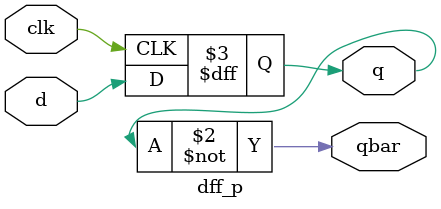
<source format=v>
module dff_p(output reg q, output qbar, input d, input clk);
    always @(posedge clk) 
    begin
        q <= d;    
    end
    assign qbar = ~q;
endmodule
</source>
